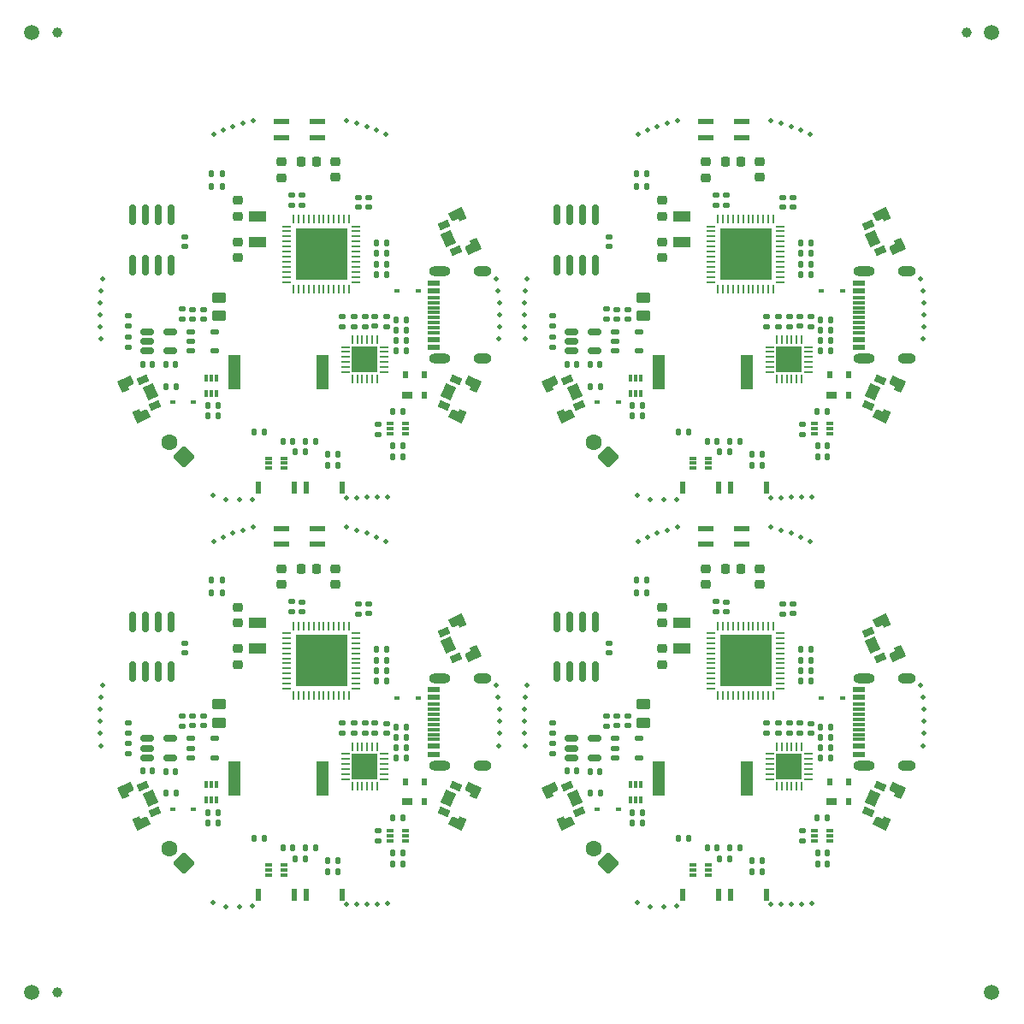
<source format=gbr>
%TF.GenerationSoftware,KiCad,Pcbnew,(6.0.7-1)-1*%
%TF.CreationDate,2022-10-26T11:28:27+01:00*%
%TF.ProjectId,panel,70616e65-6c2e-46b6-9963-61645f706362,rev?*%
%TF.SameCoordinates,Original*%
%TF.FileFunction,Soldermask,Top*%
%TF.FilePolarity,Negative*%
%FSLAX46Y46*%
G04 Gerber Fmt 4.6, Leading zero omitted, Abs format (unit mm)*
G04 Created by KiCad (PCBNEW (6.0.7-1)-1) date 2022-10-26 11:28:27*
%MOMM*%
%LPD*%
G01*
G04 APERTURE LIST*
G04 Aperture macros list*
%AMRoundRect*
0 Rectangle with rounded corners*
0 $1 Rounding radius*
0 $2 $3 $4 $5 $6 $7 $8 $9 X,Y pos of 4 corners*
0 Add a 4 corners polygon primitive as box body*
4,1,4,$2,$3,$4,$5,$6,$7,$8,$9,$2,$3,0*
0 Add four circle primitives for the rounded corners*
1,1,$1+$1,$2,$3*
1,1,$1+$1,$4,$5*
1,1,$1+$1,$6,$7*
1,1,$1+$1,$8,$9*
0 Add four rect primitives between the rounded corners*
20,1,$1+$1,$2,$3,$4,$5,0*
20,1,$1+$1,$4,$5,$6,$7,0*
20,1,$1+$1,$6,$7,$8,$9,0*
20,1,$1+$1,$8,$9,$2,$3,0*%
%AMRotRect*
0 Rectangle, with rotation*
0 The origin of the aperture is its center*
0 $1 length*
0 $2 width*
0 $3 Rotation angle, in degrees counterclockwise*
0 Add horizontal line*
21,1,$1,$2,0,0,$3*%
%AMFreePoly0*
4,1,16,0.444576,0.992426,0.462150,0.950000,0.462150,0.300000,0.457200,0.288050,0.457200,-0.457200,-0.274320,-0.457201,-0.457200,-0.274320,-0.457200,0.240000,-0.697850,0.240000,-0.740276,0.257574,-0.757850,0.300000,-0.757850,0.950000,-0.740276,0.992426,-0.697850,1.010000,0.402150,1.010000,0.444576,0.992426,0.444576,0.992426,$1*%
%AMFreePoly1*
4,1,16,0.740277,0.992426,0.757850,0.950000,0.757850,0.300000,0.740275,0.257574,0.697850,0.240000,0.457200,0.240000,0.457201,-0.274320,0.274320,-0.457200,-0.457200,-0.457200,-0.457200,0.288050,-0.462150,0.300000,-0.462150,0.949999,-0.444576,0.992426,-0.402150,1.010000,0.697850,1.010000,0.740277,0.992426,0.740277,0.992426,$1*%
G04 Aperture macros list end*
%ADD10C,0.500000*%
%ADD11RoundRect,0.135000X-0.135000X-0.185000X0.135000X-0.185000X0.135000X0.185000X-0.135000X0.185000X0*%
%ADD12RoundRect,0.140000X0.140000X0.170000X-0.140000X0.170000X-0.140000X-0.170000X0.140000X-0.170000X0*%
%ADD13RoundRect,0.135000X0.135000X0.185000X-0.135000X0.185000X-0.135000X-0.185000X0.135000X-0.185000X0*%
%ADD14RoundRect,0.140000X0.170000X-0.140000X0.170000X0.140000X-0.170000X0.140000X-0.170000X-0.140000X0*%
%ADD15RoundRect,0.225000X-0.250000X0.225000X-0.250000X-0.225000X0.250000X-0.225000X0.250000X0.225000X0*%
%ADD16R,0.600000X0.450000*%
%ADD17RoundRect,0.140000X-0.140000X-0.170000X0.140000X-0.170000X0.140000X0.170000X-0.140000X0.170000X0*%
%ADD18RotRect,0.711200X1.092200X115.000000*%
%ADD19RotRect,1.397000X1.092200X115.000000*%
%ADD20FreePoly0,115.000000*%
%ADD21FreePoly1,115.000000*%
%ADD22RoundRect,0.218750X-0.218750X-0.256250X0.218750X-0.256250X0.218750X0.256250X-0.218750X0.256250X0*%
%ADD23RoundRect,0.150000X-0.150000X0.825000X-0.150000X-0.825000X0.150000X-0.825000X0.150000X0.825000X0*%
%ADD24R,0.700000X0.340000*%
%ADD25R,1.500000X0.600000*%
%ADD26RotRect,0.711200X1.092200X295.000000*%
%ADD27FreePoly0,295.000000*%
%ADD28RotRect,1.397000X1.092200X295.000000*%
%ADD29FreePoly1,295.000000*%
%ADD30RoundRect,0.150000X-0.512500X-0.150000X0.512500X-0.150000X0.512500X0.150000X-0.512500X0.150000X0*%
%ADD31R,1.300000X3.400000*%
%ADD32RoundRect,0.250000X0.777817X0.000000X0.000000X0.777817X-0.777817X0.000000X0.000000X-0.777817X0*%
%ADD33C,1.600000*%
%ADD34RoundRect,0.225000X0.250000X-0.225000X0.250000X0.225000X-0.250000X0.225000X-0.250000X-0.225000X0*%
%ADD35O,2.108200X0.990600*%
%ADD36O,1.803400X0.990600*%
%ADD37R,1.143000X0.584200*%
%ADD38R,1.143000X0.304800*%
%ADD39RoundRect,0.135000X0.185000X-0.135000X0.185000X0.135000X-0.185000X0.135000X-0.185000X-0.135000X0*%
%ADD40R,0.558800X1.244600*%
%ADD41C,1.000000*%
%ADD42R,0.340000X0.700000*%
%ADD43RoundRect,0.135000X-0.185000X0.135000X-0.185000X-0.135000X0.185000X-0.135000X0.185000X0.135000X0*%
%ADD44R,1.800000X1.000000*%
%ADD45RoundRect,0.250000X-0.450000X0.262500X-0.450000X-0.262500X0.450000X-0.262500X0.450000X0.262500X0*%
%ADD46RoundRect,0.062500X-0.062500X0.375000X-0.062500X-0.375000X0.062500X-0.375000X0.062500X0.375000X0*%
%ADD47RoundRect,0.062500X-0.375000X0.062500X-0.375000X-0.062500X0.375000X-0.062500X0.375000X0.062500X0*%
%ADD48R,5.150000X5.150000*%
%ADD49RoundRect,0.062500X0.350000X0.062500X-0.350000X0.062500X-0.350000X-0.062500X0.350000X-0.062500X0*%
%ADD50RoundRect,0.062500X0.062500X0.350000X-0.062500X0.350000X-0.062500X-0.350000X0.062500X-0.350000X0*%
%ADD51R,2.600000X2.600000*%
%ADD52R,1.000000X0.700000*%
%ADD53R,0.600000X0.700000*%
%ADD54RoundRect,0.137500X-0.262500X-0.137500X0.262500X-0.137500X0.262500X0.137500X-0.262500X0.137500X0*%
%ADD55C,1.500000*%
%ADD56RotRect,0.711200X1.092200X245.000000*%
%ADD57FreePoly1,245.000000*%
%ADD58FreePoly0,245.000000*%
%ADD59RotRect,1.397000X1.092200X245.000000*%
G04 APERTURE END LIST*
D10*
%TO.C,REF\u002A\u002A*%
X78687898Y-104048184D03*
%TD*%
D11*
%TO.C,R3*%
X76919778Y-55472773D03*
X77939778Y-55472773D03*
%TD*%
D12*
%TO.C,C10*%
X43319777Y-57996773D03*
X42359777Y-57996773D03*
%TD*%
D13*
%TO.C,R18*%
X94610778Y-38337773D03*
X93590778Y-38337773D03*
%TD*%
D14*
%TO.C,C5*%
X94598262Y-86881283D03*
X94598262Y-85921283D03*
%TD*%
%TO.C,C2*%
X33419777Y-45896773D03*
X33419777Y-44936773D03*
%TD*%
%TO.C,C15*%
X86219778Y-74860332D03*
X86219778Y-73900332D03*
%TD*%
D10*
%TO.C,REF\u002A\u002A*%
X66237867Y-46663832D03*
%TD*%
D11*
%TO.C,R27*%
X35289777Y-71740332D03*
X36309777Y-71740332D03*
%TD*%
%TO.C,R16*%
X72779778Y-52576773D03*
X73799778Y-52576773D03*
%TD*%
D14*
%TO.C,C15*%
X86219778Y-34606773D03*
X86219778Y-33646773D03*
%TD*%
D10*
%TO.C,REF\u002A\u002A*%
X36415188Y-67470491D03*
%TD*%
D11*
%TO.C,R15*%
X81479778Y-97320332D03*
X82499778Y-97320332D03*
%TD*%
D15*
%TO.C,C18*%
X84189778Y-70605332D03*
X84189778Y-72155332D03*
%TD*%
D11*
%TO.C,R2*%
X53541261Y-47025724D03*
X54561261Y-47025724D03*
%TD*%
D16*
%TO.C,D3*%
X95639778Y-43116773D03*
X97739778Y-43116773D03*
%TD*%
D17*
%TO.C,C9*%
X53571261Y-49057724D03*
X54531261Y-49057724D03*
%TD*%
D12*
%TO.C,C10*%
X85319778Y-98250332D03*
X84359778Y-98250332D03*
%TD*%
D10*
%TO.C,REF\u002A\u002A*%
X52549340Y-67876646D03*
%TD*%
D12*
%TO.C,C1*%
X73685778Y-50408773D03*
X72725778Y-50408773D03*
%TD*%
D15*
%TO.C,C18*%
X84189778Y-30351773D03*
X84189778Y-31901773D03*
%TD*%
%TO.C,C13*%
X79879778Y-74405332D03*
X79879778Y-75955332D03*
%TD*%
D10*
%TO.C,REF\u002A\u002A*%
X81330402Y-103999091D03*
%TD*%
%TO.C,REF\u002A\u002A*%
X105650245Y-43090517D03*
%TD*%
D14*
%TO.C,C7*%
X74605778Y-78950332D03*
X74605778Y-77990332D03*
%TD*%
D10*
%TO.C,REF\u002A\u002A*%
X51591728Y-67474453D03*
%TD*%
D18*
%TO.C,SW5*%
X29650343Y-54421150D03*
X28466864Y-51883171D03*
D19*
X29196725Y-53087754D03*
D20*
X27051842Y-52049052D03*
D21*
X28613712Y-55398494D03*
%TD*%
D17*
%TO.C,C8*%
X95571262Y-88295283D03*
X96531262Y-88295283D03*
%TD*%
D10*
%TO.C,REF\u002A\u002A*%
X66243941Y-44279345D03*
%TD*%
%TO.C,REF\u002A\u002A*%
X90632791Y-26257004D03*
%TD*%
D22*
%TO.C,L1*%
X44122277Y-70600332D03*
X45697277Y-70600332D03*
%TD*%
D10*
%TO.C,REF\u002A\u002A*%
X24340040Y-88105930D03*
%TD*%
D23*
%TO.C,IC1*%
X73257778Y-75842332D03*
X71987778Y-75842332D03*
X70717778Y-75842332D03*
X69447778Y-75842332D03*
X69447778Y-80792332D03*
X70717778Y-80792332D03*
X71987778Y-80792332D03*
X73257778Y-80792332D03*
%TD*%
D10*
%TO.C,REF\u002A\u002A*%
X37384958Y-67097871D03*
%TD*%
D17*
%TO.C,C8*%
X53571261Y-88295283D03*
X54531261Y-88295283D03*
%TD*%
D11*
%TO.C,R19*%
X93590778Y-81721332D03*
X94610778Y-81721332D03*
%TD*%
D10*
%TO.C,REF\u002A\u002A*%
X35466281Y-27639889D03*
%TD*%
D11*
%TO.C,R9*%
X51589777Y-79654332D03*
X52609777Y-79654332D03*
%TD*%
%TO.C,R3*%
X34919777Y-95726332D03*
X35939777Y-95726332D03*
%TD*%
D10*
%TO.C,REF\u002A\u002A*%
X81370259Y-26231001D03*
%TD*%
D11*
%TO.C,R20*%
X88759778Y-100610332D03*
X89779778Y-100610332D03*
%TD*%
D24*
%TO.C,Q1*%
X52969777Y-56266773D03*
X52969777Y-56766773D03*
X52969777Y-57266773D03*
X54469777Y-57266773D03*
X54469777Y-56766773D03*
X54469777Y-56266773D03*
%TD*%
D11*
%TO.C,R16*%
X72779778Y-92830332D03*
X73799778Y-92830332D03*
%TD*%
D25*
%TO.C,E1*%
X42209777Y-27946773D03*
X45709777Y-27946773D03*
X45709777Y-26346773D03*
X42209777Y-26346773D03*
%TD*%
D14*
%TO.C,C17*%
X92829778Y-75060332D03*
X92829778Y-74100332D03*
%TD*%
D26*
%TO.C,SW3*%
X58269211Y-76845955D03*
X59452690Y-79383934D03*
D27*
X60867712Y-79218053D03*
D28*
X58722829Y-78179351D03*
D29*
X59305842Y-75868611D03*
%TD*%
D13*
%TO.C,R24*%
X86589778Y-99300332D03*
X85569778Y-99300332D03*
%TD*%
D10*
%TO.C,REF\u002A\u002A*%
X78687898Y-63794625D03*
%TD*%
D13*
%TO.C,R11*%
X96229778Y-55026773D03*
X95209778Y-55026773D03*
%TD*%
D17*
%TO.C,C8*%
X95571262Y-48041724D03*
X96531262Y-48041724D03*
%TD*%
D30*
%TO.C,U1*%
X28928277Y-87426332D03*
X28928277Y-88376332D03*
X28928277Y-89326332D03*
X31203277Y-89326332D03*
X31203277Y-87426332D03*
%TD*%
D10*
%TO.C,REF\u002A\u002A*%
X35454729Y-63372919D03*
%TD*%
%TO.C,REF\u002A\u002A*%
X63763261Y-46663490D03*
%TD*%
D31*
%TO.C,BZ1*%
X79519778Y-51136773D03*
X88219778Y-51136773D03*
%TD*%
D32*
%TO.C,J2*%
X74499778Y-99760332D03*
D33*
X73085564Y-98346118D03*
%TD*%
D34*
%TO.C,C14*%
X37899777Y-80065332D03*
X37899777Y-78515332D03*
%TD*%
D10*
%TO.C,REF\u002A\u002A*%
X63476856Y-41909992D03*
%TD*%
D11*
%TO.C,R27*%
X35289777Y-31486773D03*
X36309777Y-31486773D03*
%TD*%
D13*
%TO.C,R11*%
X54229777Y-55026773D03*
X53209777Y-55026773D03*
%TD*%
D14*
%TO.C,C2*%
X33419777Y-86150332D03*
X33419777Y-85190332D03*
%TD*%
D10*
%TO.C,REF\u002A\u002A*%
X80372924Y-66776611D03*
%TD*%
D17*
%TO.C,C9*%
X53571261Y-89311283D03*
X54531261Y-89311283D03*
%TD*%
D35*
%TO.C,J1*%
X99879778Y-41186771D03*
X99879778Y-49826775D03*
D36*
X104059778Y-49826775D03*
X104059778Y-41186771D03*
D37*
X99304778Y-48706773D03*
X99304778Y-47906774D03*
D38*
X99304778Y-46756773D03*
X99304778Y-45756773D03*
X99304778Y-45256773D03*
X99304778Y-44256773D03*
D37*
X99304778Y-42306773D03*
X99304778Y-43106772D03*
D38*
X99304778Y-43756774D03*
X99304778Y-44756772D03*
X99304778Y-46256774D03*
X99304778Y-47256772D03*
%TD*%
D10*
%TO.C,REF\u002A\u002A*%
X105664006Y-88106098D03*
%TD*%
D13*
%TO.C,R26*%
X78309778Y-73000332D03*
X77289778Y-73000332D03*
%TD*%
D10*
%TO.C,REF\u002A\u002A*%
X105763262Y-86917049D03*
%TD*%
%TO.C,REF\u002A\u002A*%
X90662167Y-63572168D03*
%TD*%
%TO.C,REF\u002A\u002A*%
X48632790Y-26257004D03*
%TD*%
%TO.C,REF\u002A\u002A*%
X48632790Y-66510562D03*
%TD*%
%TO.C,REF\u002A\u002A*%
X35466281Y-67893447D03*
%TD*%
D39*
%TO.C,R4*%
X49367261Y-46633724D03*
X49367261Y-45613724D03*
%TD*%
D10*
%TO.C,REF\u002A\u002A*%
X105664006Y-47852539D03*
%TD*%
D16*
%TO.C,D3*%
X53639777Y-83370332D03*
X55739777Y-83370332D03*
%TD*%
D11*
%TO.C,R20*%
X88759778Y-60356773D03*
X89779778Y-60356773D03*
%TD*%
D40*
%TO.C,SW1*%
X44684375Y-102854332D03*
X48235179Y-102854332D03*
%TD*%
D41*
%TO.C,REF\u002A\u002A*%
X20000000Y-17500000D03*
%TD*%
D24*
%TO.C,Q1*%
X94969778Y-96520332D03*
X94969778Y-97020332D03*
X94969778Y-97520332D03*
X96469778Y-97520332D03*
X96469778Y-97020332D03*
X96469778Y-96520332D03*
%TD*%
D39*
%TO.C,R5*%
X50454261Y-86887283D03*
X50454261Y-85867283D03*
%TD*%
D32*
%TO.C,J2*%
X32499777Y-99760332D03*
D33*
X31085563Y-98346118D03*
%TD*%
D14*
%TO.C,C3*%
X34469777Y-45896773D03*
X34469777Y-44936773D03*
%TD*%
D42*
%TO.C,Q2*%
X35739777Y-91990332D03*
X35239777Y-91990332D03*
X34739777Y-91990332D03*
X34739777Y-93490332D03*
X35239777Y-93490332D03*
X35739777Y-93490332D03*
%TD*%
D26*
%TO.C,SW3*%
X100269212Y-36592396D03*
X101452691Y-39130375D03*
D28*
X100722830Y-37925792D03*
D29*
X101305843Y-35615052D03*
D27*
X102867713Y-38964494D03*
%TD*%
D10*
%TO.C,REF\u002A\u002A*%
X49662123Y-63553590D03*
%TD*%
%TO.C,REF\u002A\u002A*%
X63650244Y-43090517D03*
%TD*%
%TO.C,REF\u002A\u002A*%
X38009150Y-63770078D03*
%TD*%
%TO.C,REF\u002A\u002A*%
X38009150Y-104023637D03*
%TD*%
D11*
%TO.C,R16*%
X30779777Y-52576773D03*
X31799777Y-52576773D03*
%TD*%
D10*
%TO.C,REF\u002A\u002A*%
X94549341Y-27623088D03*
%TD*%
D13*
%TO.C,R26*%
X36309777Y-32746773D03*
X35289777Y-32746773D03*
%TD*%
D43*
%TO.C,R10*%
X51789777Y-56296773D03*
X51789777Y-57316773D03*
%TD*%
D13*
%TO.C,R17*%
X89789778Y-59256773D03*
X88769778Y-59256773D03*
%TD*%
D39*
%TO.C,R5*%
X92454262Y-46633724D03*
X92454262Y-45613724D03*
%TD*%
D11*
%TO.C,R9*%
X51589777Y-39400773D03*
X52609777Y-39400773D03*
%TD*%
D10*
%TO.C,REF\u002A\u002A*%
X81370259Y-66484559D03*
%TD*%
D17*
%TO.C,C12*%
X95239778Y-98710332D03*
X96199778Y-98710332D03*
%TD*%
D10*
%TO.C,REF\u002A\u002A*%
X24205800Y-45471470D03*
%TD*%
D44*
%TO.C,Y1*%
X39835777Y-35742773D03*
X39835777Y-38242773D03*
%TD*%
D43*
%TO.C,R22*%
X27009777Y-85830332D03*
X27009777Y-86850332D03*
%TD*%
D39*
%TO.C,R4*%
X91367262Y-46633724D03*
X91367262Y-45613724D03*
%TD*%
D45*
%TO.C,R12*%
X78009778Y-43744273D03*
X78009778Y-45569273D03*
%TD*%
D13*
%TO.C,R24*%
X44589777Y-59046773D03*
X43569777Y-59046773D03*
%TD*%
D39*
%TO.C,R1*%
X32359777Y-86180332D03*
X32359777Y-85160332D03*
%TD*%
%TO.C,R13*%
X85179778Y-74880332D03*
X85179778Y-73860332D03*
%TD*%
D17*
%TO.C,C11*%
X53239777Y-99810332D03*
X54199777Y-99810332D03*
%TD*%
D43*
%TO.C,R10*%
X51789777Y-96550332D03*
X51789777Y-97570332D03*
%TD*%
D14*
%TO.C,C16*%
X91799778Y-34826773D03*
X91799778Y-33866773D03*
%TD*%
D10*
%TO.C,REF\u002A\u002A*%
X77454729Y-103626478D03*
%TD*%
%TO.C,REF\u002A\u002A*%
X63664005Y-88106098D03*
%TD*%
%TO.C,REF\u002A\u002A*%
X79384958Y-67097871D03*
%TD*%
D14*
%TO.C,C15*%
X44219777Y-74860332D03*
X44219777Y-73900332D03*
%TD*%
D10*
%TO.C,REF\u002A\u002A*%
X39330402Y-63745532D03*
%TD*%
D43*
%TO.C,R10*%
X93789778Y-56296773D03*
X93789778Y-57316773D03*
%TD*%
D31*
%TO.C,BZ1*%
X37519777Y-51136773D03*
X46219777Y-51136773D03*
%TD*%
D10*
%TO.C,REF\u002A\u002A*%
X91635507Y-26526402D03*
%TD*%
%TO.C,REF\u002A\u002A*%
X36415188Y-27216933D03*
%TD*%
D26*
%TO.C,SW3*%
X58269211Y-36592396D03*
X59452690Y-39130375D03*
D29*
X59305842Y-35615052D03*
D28*
X58722829Y-37925792D03*
D27*
X60867712Y-38964494D03*
%TD*%
D10*
%TO.C,REF\u002A\u002A*%
X63476856Y-82163550D03*
%TD*%
D31*
%TO.C,BZ1*%
X37519777Y-91390332D03*
X46219777Y-91390332D03*
%TD*%
D10*
%TO.C,REF\u002A\u002A*%
X66352156Y-43091513D03*
%TD*%
D25*
%TO.C,E1*%
X84209778Y-68200332D03*
X87709778Y-68200332D03*
X87709778Y-66600332D03*
X84209778Y-66600332D03*
%TD*%
D23*
%TO.C,IC1*%
X31257777Y-35588773D03*
X29987777Y-35588773D03*
X28717777Y-35588773D03*
X27447777Y-35588773D03*
X27447777Y-40538773D03*
X28717777Y-40538773D03*
X29987777Y-40538773D03*
X31257777Y-40538773D03*
%TD*%
D32*
%TO.C,J2*%
X74499778Y-59506773D03*
D33*
X73085564Y-58092559D03*
%TD*%
D34*
%TO.C,C14*%
X37899777Y-39811773D03*
X37899777Y-38261773D03*
%TD*%
D11*
%TO.C,R8*%
X93589778Y-80700332D03*
X94609778Y-80700332D03*
%TD*%
D10*
%TO.C,REF\u002A\u002A*%
X63664005Y-47852539D03*
%TD*%
D41*
%TO.C,REF\u002A\u002A*%
X110000000Y-17500000D03*
%TD*%
D10*
%TO.C,REF\u002A\u002A*%
X35454729Y-103626478D03*
%TD*%
D46*
%TO.C,U3*%
X90880778Y-76283832D03*
X90380778Y-76283832D03*
X89880778Y-76283832D03*
X89380778Y-76283832D03*
X88880778Y-76283832D03*
X88380778Y-76283832D03*
X87880778Y-76283832D03*
X87380778Y-76283832D03*
X86880778Y-76283832D03*
X86380778Y-76283832D03*
X85880778Y-76283832D03*
X85380778Y-76283832D03*
D47*
X84693278Y-76971332D03*
X84693278Y-77471332D03*
X84693278Y-77971332D03*
X84693278Y-78471332D03*
X84693278Y-78971332D03*
X84693278Y-79471332D03*
X84693278Y-79971332D03*
X84693278Y-80471332D03*
X84693278Y-80971332D03*
X84693278Y-81471332D03*
X84693278Y-81971332D03*
X84693278Y-82471332D03*
D46*
X85380778Y-83158832D03*
X85880778Y-83158832D03*
X86380778Y-83158832D03*
X86880778Y-83158832D03*
X87380778Y-83158832D03*
X87880778Y-83158832D03*
X88380778Y-83158832D03*
X88880778Y-83158832D03*
X89380778Y-83158832D03*
X89880778Y-83158832D03*
X90380778Y-83158832D03*
X90880778Y-83158832D03*
D47*
X91568278Y-82471332D03*
X91568278Y-81971332D03*
X91568278Y-81471332D03*
X91568278Y-80971332D03*
X91568278Y-80471332D03*
X91568278Y-79971332D03*
X91568278Y-79471332D03*
X91568278Y-78971332D03*
X91568278Y-78471332D03*
X91568278Y-77971332D03*
X91568278Y-77471332D03*
X91568278Y-76971332D03*
D48*
X88130778Y-79721332D03*
%TD*%
D49*
%TO.C,U2*%
X52376761Y-91409283D03*
X52376761Y-90909283D03*
X52376761Y-90409283D03*
X52376761Y-89909283D03*
X52376761Y-89409283D03*
X52376761Y-88909283D03*
D50*
X51689261Y-88221783D03*
X51189261Y-88221783D03*
X50689261Y-88221783D03*
X50189261Y-88221783D03*
X49689261Y-88221783D03*
X49189261Y-88221783D03*
D49*
X48501761Y-88909283D03*
X48501761Y-89409283D03*
X48501761Y-89909283D03*
X48501761Y-90409283D03*
X48501761Y-90909283D03*
X48501761Y-91409283D03*
D50*
X49189261Y-92096783D03*
X49689261Y-92096783D03*
X50189261Y-92096783D03*
X50689261Y-92096783D03*
X51189261Y-92096783D03*
X51689261Y-92096783D03*
D51*
X50439261Y-90159283D03*
%TD*%
D10*
%TO.C,REF\u002A\u002A*%
X36687898Y-63794625D03*
%TD*%
D36*
%TO.C,J1*%
X62059777Y-90080334D03*
D35*
X57879777Y-81440330D03*
D36*
X62059777Y-81440330D03*
D35*
X57879777Y-90080334D03*
D37*
X57304777Y-88960332D03*
X57304777Y-88160333D03*
D38*
X57304777Y-87010332D03*
X57304777Y-86010332D03*
X57304777Y-85510332D03*
X57304777Y-84510332D03*
D37*
X57304777Y-82560332D03*
X57304777Y-83360331D03*
D38*
X57304777Y-84010333D03*
X57304777Y-85010331D03*
X57304777Y-86510333D03*
X57304777Y-87510331D03*
%TD*%
D11*
%TO.C,R2*%
X95541262Y-47025724D03*
X96561262Y-47025724D03*
%TD*%
D10*
%TO.C,REF\u002A\u002A*%
X66237867Y-86917391D03*
%TD*%
D52*
%TO.C,D1*%
X96629778Y-53426773D03*
D53*
X98329778Y-53426773D03*
X98329778Y-51426773D03*
X96429778Y-51426773D03*
%TD*%
D10*
%TO.C,REF\u002A\u002A*%
X24340040Y-47852371D03*
%TD*%
D11*
%TO.C,R8*%
X51589777Y-80700332D03*
X52609777Y-80700332D03*
%TD*%
D14*
%TO.C,C6*%
X93461262Y-46597724D03*
X93461262Y-45637724D03*
%TD*%
%TO.C,C6*%
X51461261Y-86851283D03*
X51461261Y-85891283D03*
%TD*%
D15*
%TO.C,C19*%
X89539778Y-70583332D03*
X89539778Y-72133332D03*
%TD*%
D54*
%TO.C,U4*%
X75183778Y-47172773D03*
X75183778Y-48122773D03*
X75183778Y-49072773D03*
X77583778Y-49072773D03*
X77583778Y-47172773D03*
%TD*%
D22*
%TO.C,L1*%
X44122277Y-30346773D03*
X45697277Y-30346773D03*
%TD*%
D10*
%TO.C,REF\u002A\u002A*%
X77466281Y-27639889D03*
%TD*%
%TO.C,REF\u002A\u002A*%
X24530084Y-41912019D03*
%TD*%
%TO.C,REF\u002A\u002A*%
X105797387Y-85724506D03*
%TD*%
%TO.C,REF\u002A\u002A*%
X52549340Y-27623088D03*
%TD*%
D24*
%TO.C,Q3*%
X42429777Y-60656773D03*
X42429777Y-60156773D03*
X42429777Y-59656773D03*
X40929777Y-59656773D03*
X40929777Y-60156773D03*
X40929777Y-60656773D03*
%TD*%
D14*
%TO.C,C16*%
X49799777Y-34826773D03*
X49799777Y-33866773D03*
%TD*%
D10*
%TO.C,REF\u002A\u002A*%
X105759669Y-44278516D03*
%TD*%
D13*
%TO.C,R17*%
X47789777Y-99510332D03*
X46769777Y-99510332D03*
%TD*%
D10*
%TO.C,REF\u002A\u002A*%
X91662124Y-63553590D03*
%TD*%
D16*
%TO.C,D2*%
X75509778Y-94390332D03*
X73409778Y-94390332D03*
%TD*%
D43*
%TO.C,R6*%
X48221261Y-85867283D03*
X48221261Y-86887283D03*
%TD*%
D14*
%TO.C,C17*%
X92829778Y-34806773D03*
X92829778Y-33846773D03*
%TD*%
D43*
%TO.C,R6*%
X90221262Y-85867283D03*
X90221262Y-86887283D03*
%TD*%
D10*
%TO.C,REF\u002A\u002A*%
X39370259Y-66484559D03*
%TD*%
%TO.C,REF\u002A\u002A*%
X92622724Y-67101551D03*
%TD*%
D12*
%TO.C,C4*%
X29405777Y-50366773D03*
X28445777Y-50366773D03*
%TD*%
D46*
%TO.C,U3*%
X48880777Y-36030273D03*
X48380777Y-36030273D03*
X47880777Y-36030273D03*
X47380777Y-36030273D03*
X46880777Y-36030273D03*
X46380777Y-36030273D03*
X45880777Y-36030273D03*
X45380777Y-36030273D03*
X44880777Y-36030273D03*
X44380777Y-36030273D03*
X43880777Y-36030273D03*
X43380777Y-36030273D03*
D47*
X42693277Y-36717773D03*
X42693277Y-37217773D03*
X42693277Y-37717773D03*
X42693277Y-38217773D03*
X42693277Y-38717773D03*
X42693277Y-39217773D03*
X42693277Y-39717773D03*
X42693277Y-40217773D03*
X42693277Y-40717773D03*
X42693277Y-41217773D03*
X42693277Y-41717773D03*
X42693277Y-42217773D03*
D46*
X43380777Y-42905273D03*
X43880777Y-42905273D03*
X44380777Y-42905273D03*
X44880777Y-42905273D03*
X45380777Y-42905273D03*
X45880777Y-42905273D03*
X46380777Y-42905273D03*
X46880777Y-42905273D03*
X47380777Y-42905273D03*
X47880777Y-42905273D03*
X48380777Y-42905273D03*
X48880777Y-42905273D03*
D47*
X49568277Y-42217773D03*
X49568277Y-41717773D03*
X49568277Y-41217773D03*
X49568277Y-40717773D03*
X49568277Y-40217773D03*
X49568277Y-39717773D03*
X49568277Y-39217773D03*
X49568277Y-38717773D03*
X49568277Y-38217773D03*
X49568277Y-37717773D03*
X49568277Y-37217773D03*
X49568277Y-36717773D03*
D48*
X46130777Y-39467773D03*
%TD*%
D55*
%TO.C,REF\u002A\u002A*%
X112500000Y-112500000D03*
%TD*%
D46*
%TO.C,U3*%
X90880778Y-36030273D03*
X90380778Y-36030273D03*
X89880778Y-36030273D03*
X89380778Y-36030273D03*
X88880778Y-36030273D03*
X88380778Y-36030273D03*
X87880778Y-36030273D03*
X87380778Y-36030273D03*
X86880778Y-36030273D03*
X86380778Y-36030273D03*
X85880778Y-36030273D03*
X85380778Y-36030273D03*
D47*
X84693278Y-36717773D03*
X84693278Y-37217773D03*
X84693278Y-37717773D03*
X84693278Y-38217773D03*
X84693278Y-38717773D03*
X84693278Y-39217773D03*
X84693278Y-39717773D03*
X84693278Y-40217773D03*
X84693278Y-40717773D03*
X84693278Y-41217773D03*
X84693278Y-41717773D03*
X84693278Y-42217773D03*
D46*
X85380778Y-42905273D03*
X85880778Y-42905273D03*
X86380778Y-42905273D03*
X86880778Y-42905273D03*
X87380778Y-42905273D03*
X87880778Y-42905273D03*
X88380778Y-42905273D03*
X88880778Y-42905273D03*
X89380778Y-42905273D03*
X89880778Y-42905273D03*
X90380778Y-42905273D03*
X90880778Y-42905273D03*
D47*
X91568278Y-42217773D03*
X91568278Y-41717773D03*
X91568278Y-41217773D03*
X91568278Y-40717773D03*
X91568278Y-40217773D03*
X91568278Y-39717773D03*
X91568278Y-39217773D03*
X91568278Y-38717773D03*
X91568278Y-38217773D03*
X91568278Y-37717773D03*
X91568278Y-37217773D03*
X91568278Y-36717773D03*
D48*
X88130778Y-39467773D03*
%TD*%
D40*
%TO.C,SW2*%
X39934375Y-102840332D03*
X43485179Y-102840332D03*
%TD*%
D11*
%TO.C,R27*%
X77289778Y-31486773D03*
X78309778Y-31486773D03*
%TD*%
D39*
%TO.C,R1*%
X32359777Y-45926773D03*
X32359777Y-44906773D03*
%TD*%
D10*
%TO.C,REF\u002A\u002A*%
X24243941Y-84532903D03*
%TD*%
%TO.C,REF\u002A\u002A*%
X105650245Y-83344075D03*
%TD*%
D14*
%TO.C,C7*%
X74605778Y-38696773D03*
X74605778Y-37736773D03*
%TD*%
D41*
%TO.C,REF\u002A\u002A*%
X20000000Y-112500000D03*
%TD*%
D17*
%TO.C,C12*%
X95239778Y-58456773D03*
X96199778Y-58456773D03*
%TD*%
D10*
%TO.C,REF\u002A\u002A*%
X63759668Y-44278516D03*
%TD*%
%TO.C,REF\u002A\u002A*%
X36687898Y-104048184D03*
%TD*%
D16*
%TO.C,D2*%
X33509777Y-54136773D03*
X31409777Y-54136773D03*
%TD*%
%TO.C,D3*%
X53639777Y-43116773D03*
X55739777Y-43116773D03*
%TD*%
D10*
%TO.C,REF\u002A\u002A*%
X66530084Y-82165577D03*
%TD*%
D14*
%TO.C,C2*%
X75419778Y-45896773D03*
X75419778Y-44936773D03*
%TD*%
D13*
%TO.C,R7*%
X96561262Y-46009724D03*
X95541262Y-46009724D03*
%TD*%
D11*
%TO.C,R19*%
X51590777Y-81721332D03*
X52610777Y-81721332D03*
%TD*%
D10*
%TO.C,REF\u002A\u002A*%
X38372924Y-26523053D03*
%TD*%
D11*
%TO.C,R9*%
X93589778Y-39400773D03*
X94609778Y-39400773D03*
%TD*%
D10*
%TO.C,REF\u002A\u002A*%
X24352156Y-43091513D03*
%TD*%
%TO.C,REF\u002A\u002A*%
X105476857Y-41909992D03*
%TD*%
D43*
%TO.C,R22*%
X69009778Y-85830332D03*
X69009778Y-86850332D03*
%TD*%
D10*
%TO.C,REF\u002A\u002A*%
X105476857Y-82163550D03*
%TD*%
D11*
%TO.C,R15*%
X81479778Y-57066773D03*
X82499778Y-57066773D03*
%TD*%
D56*
%TO.C,SW4*%
X101452691Y-92136730D03*
X100269212Y-94674709D03*
D57*
X102867713Y-92302611D03*
D58*
X101305843Y-95652053D03*
D59*
X100722830Y-93341313D03*
%TD*%
D10*
%TO.C,REF\u002A\u002A*%
X105763262Y-46663490D03*
%TD*%
%TO.C,REF\u002A\u002A*%
X77454729Y-63372919D03*
%TD*%
%TO.C,REF\u002A\u002A*%
X49635506Y-66779960D03*
%TD*%
%TO.C,REF\u002A\u002A*%
X80372924Y-26523053D03*
%TD*%
%TO.C,REF\u002A\u002A*%
X39330402Y-103999091D03*
%TD*%
%TO.C,REF\u002A\u002A*%
X66352156Y-83345071D03*
%TD*%
%TO.C,REF\u002A\u002A*%
X93591729Y-27220895D03*
%TD*%
D11*
%TO.C,R15*%
X39479777Y-57066773D03*
X40499777Y-57066773D03*
%TD*%
D15*
%TO.C,C13*%
X37879777Y-34151773D03*
X37879777Y-35701773D03*
%TD*%
D55*
%TO.C,REF\u002A\u002A*%
X17500000Y-17500000D03*
%TD*%
D14*
%TO.C,C16*%
X91799778Y-75080332D03*
X91799778Y-74120332D03*
%TD*%
D10*
%TO.C,REF\u002A\u002A*%
X91662124Y-103807149D03*
%TD*%
%TO.C,REF\u002A\u002A*%
X63759668Y-84532074D03*
%TD*%
%TO.C,REF\u002A\u002A*%
X77466281Y-67893447D03*
%TD*%
D16*
%TO.C,D2*%
X75509778Y-54136773D03*
X73409778Y-54136773D03*
%TD*%
D44*
%TO.C,Y1*%
X39835777Y-75996332D03*
X39835777Y-78496332D03*
%TD*%
D39*
%TO.C,R21*%
X27009777Y-48676773D03*
X27009777Y-47656773D03*
%TD*%
D10*
%TO.C,REF\u002A\u002A*%
X92622724Y-26847993D03*
%TD*%
D14*
%TO.C,C7*%
X32605777Y-78950332D03*
X32605777Y-77990332D03*
%TD*%
D30*
%TO.C,U1*%
X70928278Y-47172773D03*
X70928278Y-48122773D03*
X70928278Y-49072773D03*
X73203278Y-49072773D03*
X73203278Y-47172773D03*
%TD*%
D10*
%TO.C,REF\u002A\u002A*%
X24205800Y-85725029D03*
%TD*%
D14*
%TO.C,C2*%
X75419778Y-86150332D03*
X75419778Y-85190332D03*
%TD*%
D10*
%TO.C,REF\u002A\u002A*%
X24243941Y-44279345D03*
%TD*%
D16*
%TO.C,D3*%
X95639778Y-83370332D03*
X97739778Y-83370332D03*
%TD*%
D15*
%TO.C,C19*%
X47539777Y-70583332D03*
X47539777Y-72133332D03*
%TD*%
D39*
%TO.C,R21*%
X69009778Y-88930332D03*
X69009778Y-87910332D03*
%TD*%
D11*
%TO.C,R16*%
X30779777Y-92830332D03*
X31799777Y-92830332D03*
%TD*%
D10*
%TO.C,REF\u002A\u002A*%
X39370259Y-26231001D03*
%TD*%
D17*
%TO.C,C12*%
X53239777Y-98710332D03*
X54199777Y-98710332D03*
%TD*%
D10*
%TO.C,REF\u002A\u002A*%
X63650244Y-83344075D03*
%TD*%
%TO.C,REF\u002A\u002A*%
X49635506Y-26526402D03*
%TD*%
D54*
%TO.C,U4*%
X33183777Y-47172773D03*
X33183777Y-48122773D03*
X33183777Y-49072773D03*
X35583777Y-49072773D03*
X35583777Y-47172773D03*
%TD*%
D17*
%TO.C,C8*%
X53571261Y-48041724D03*
X54531261Y-48041724D03*
%TD*%
D49*
%TO.C,U2*%
X94376762Y-91409283D03*
X94376762Y-90909283D03*
X94376762Y-90409283D03*
X94376762Y-89909283D03*
X94376762Y-89409283D03*
X94376762Y-88909283D03*
D50*
X93689262Y-88221783D03*
X93189262Y-88221783D03*
X92689262Y-88221783D03*
X92189262Y-88221783D03*
X91689262Y-88221783D03*
X91189262Y-88221783D03*
D49*
X90501762Y-88909283D03*
X90501762Y-89409283D03*
X90501762Y-89909283D03*
X90501762Y-90409283D03*
X90501762Y-90909283D03*
X90501762Y-91409283D03*
D50*
X91189262Y-92096783D03*
X91689262Y-92096783D03*
X92189262Y-92096783D03*
X92689262Y-92096783D03*
X93189262Y-92096783D03*
X93689262Y-92096783D03*
D51*
X92439262Y-90159283D03*
%TD*%
D43*
%TO.C,R10*%
X93789778Y-96550332D03*
X93789778Y-97570332D03*
%TD*%
D10*
%TO.C,REF\u002A\u002A*%
X24237867Y-86917391D03*
%TD*%
%TO.C,REF\u002A\u002A*%
X50622723Y-67101551D03*
%TD*%
%TO.C,REF\u002A\u002A*%
X63763261Y-86917049D03*
%TD*%
D46*
%TO.C,U3*%
X48880777Y-76283832D03*
X48380777Y-76283832D03*
X47880777Y-76283832D03*
X47380777Y-76283832D03*
X46880777Y-76283832D03*
X46380777Y-76283832D03*
X45880777Y-76283832D03*
X45380777Y-76283832D03*
X44880777Y-76283832D03*
X44380777Y-76283832D03*
X43880777Y-76283832D03*
X43380777Y-76283832D03*
D47*
X42693277Y-76971332D03*
X42693277Y-77471332D03*
X42693277Y-77971332D03*
X42693277Y-78471332D03*
X42693277Y-78971332D03*
X42693277Y-79471332D03*
X42693277Y-79971332D03*
X42693277Y-80471332D03*
X42693277Y-80971332D03*
X42693277Y-81471332D03*
X42693277Y-81971332D03*
X42693277Y-82471332D03*
D46*
X43380777Y-83158832D03*
X43880777Y-83158832D03*
X44380777Y-83158832D03*
X44880777Y-83158832D03*
X45380777Y-83158832D03*
X45880777Y-83158832D03*
X46380777Y-83158832D03*
X46880777Y-83158832D03*
X47380777Y-83158832D03*
X47880777Y-83158832D03*
X48380777Y-83158832D03*
X48880777Y-83158832D03*
D47*
X49568277Y-82471332D03*
X49568277Y-81971332D03*
X49568277Y-81471332D03*
X49568277Y-80971332D03*
X49568277Y-80471332D03*
X49568277Y-79971332D03*
X49568277Y-79471332D03*
X49568277Y-78971332D03*
X49568277Y-78471332D03*
X49568277Y-77971332D03*
X49568277Y-77471332D03*
X49568277Y-76971332D03*
D48*
X46130777Y-79721332D03*
%TD*%
D14*
%TO.C,C5*%
X52598261Y-86881283D03*
X52598261Y-85921283D03*
%TD*%
D18*
%TO.C,SW5*%
X71650344Y-54421150D03*
X70466865Y-51883171D03*
D20*
X69051843Y-52049052D03*
D21*
X70613713Y-55398494D03*
D19*
X71196726Y-53087754D03*
%TD*%
D10*
%TO.C,REF\u002A\u002A*%
X51662036Y-63516436D03*
%TD*%
D44*
%TO.C,Y1*%
X81835778Y-35742773D03*
X81835778Y-38242773D03*
%TD*%
D10*
%TO.C,REF\u002A\u002A*%
X66340040Y-88105930D03*
%TD*%
%TO.C,REF\u002A\u002A*%
X50662080Y-63535013D03*
%TD*%
D13*
%TO.C,R7*%
X54561261Y-86263283D03*
X53541261Y-86263283D03*
%TD*%
D25*
%TO.C,E1*%
X84209778Y-27946773D03*
X87709778Y-27946773D03*
X87709778Y-26346773D03*
X84209778Y-26346773D03*
%TD*%
D10*
%TO.C,REF\u002A\u002A*%
X92662081Y-63535013D03*
%TD*%
D14*
%TO.C,C5*%
X52598261Y-46627724D03*
X52598261Y-45667724D03*
%TD*%
D10*
%TO.C,REF\u002A\u002A*%
X51662036Y-103769995D03*
%TD*%
D40*
%TO.C,SW1*%
X86684376Y-62600773D03*
X90235180Y-62600773D03*
%TD*%
D15*
%TO.C,C19*%
X89539778Y-30329773D03*
X89539778Y-31879773D03*
%TD*%
D45*
%TO.C,R12*%
X78009778Y-83997832D03*
X78009778Y-85822832D03*
%TD*%
D43*
%TO.C,R22*%
X27009777Y-45576773D03*
X27009777Y-46596773D03*
%TD*%
D13*
%TO.C,R7*%
X54561261Y-46009724D03*
X53541261Y-46009724D03*
%TD*%
%TO.C,R23*%
X35939777Y-94710332D03*
X34919777Y-94710332D03*
%TD*%
D23*
%TO.C,IC1*%
X31257777Y-75842332D03*
X29987777Y-75842332D03*
X28717777Y-75842332D03*
X27447777Y-75842332D03*
X27447777Y-80792332D03*
X28717777Y-80792332D03*
X29987777Y-80792332D03*
X31257777Y-80792332D03*
%TD*%
D15*
%TO.C,C18*%
X42189777Y-30351773D03*
X42189777Y-31901773D03*
%TD*%
D11*
%TO.C,R19*%
X93590778Y-41467773D03*
X94610778Y-41467773D03*
%TD*%
D10*
%TO.C,REF\u002A\u002A*%
X52661993Y-103751418D03*
%TD*%
D25*
%TO.C,E1*%
X42209777Y-68200332D03*
X45709777Y-68200332D03*
X45709777Y-66600332D03*
X42209777Y-66600332D03*
%TD*%
D14*
%TO.C,C6*%
X93461262Y-86851283D03*
X93461262Y-85891283D03*
%TD*%
D10*
%TO.C,REF\u002A\u002A*%
X105797387Y-45470947D03*
%TD*%
D11*
%TO.C,R3*%
X76919778Y-95726332D03*
X77939778Y-95726332D03*
%TD*%
D14*
%TO.C,C7*%
X32605777Y-38696773D03*
X32605777Y-37736773D03*
%TD*%
D43*
%TO.C,R6*%
X48221261Y-45613724D03*
X48221261Y-46633724D03*
%TD*%
D13*
%TO.C,R17*%
X89789778Y-99510332D03*
X88769778Y-99510332D03*
%TD*%
D39*
%TO.C,R21*%
X69009778Y-48676773D03*
X69009778Y-47656773D03*
%TD*%
D14*
%TO.C,C17*%
X50829777Y-34806773D03*
X50829777Y-33846773D03*
%TD*%
D13*
%TO.C,R17*%
X47789777Y-59256773D03*
X46769777Y-59256773D03*
%TD*%
D40*
%TO.C,SW1*%
X44684375Y-62600773D03*
X48235179Y-62600773D03*
%TD*%
D45*
%TO.C,R12*%
X36009777Y-43744273D03*
X36009777Y-45569273D03*
%TD*%
D22*
%TO.C,L1*%
X86122278Y-30346773D03*
X87697278Y-30346773D03*
%TD*%
D13*
%TO.C,R26*%
X36309777Y-73000332D03*
X35289777Y-73000332D03*
%TD*%
D15*
%TO.C,C19*%
X47539777Y-30329773D03*
X47539777Y-31879773D03*
%TD*%
D10*
%TO.C,REF\u002A\u002A*%
X24530084Y-82165577D03*
%TD*%
D31*
%TO.C,BZ1*%
X79519778Y-91390332D03*
X88219778Y-91390332D03*
%TD*%
D11*
%TO.C,R3*%
X34919777Y-55472773D03*
X35939777Y-55472773D03*
%TD*%
%TO.C,R27*%
X77289778Y-71740332D03*
X78309778Y-71740332D03*
%TD*%
D13*
%TO.C,R23*%
X77939778Y-94710332D03*
X76919778Y-94710332D03*
%TD*%
D11*
%TO.C,R20*%
X46759777Y-100610332D03*
X47779777Y-100610332D03*
%TD*%
D10*
%TO.C,REF\u002A\u002A*%
X92662081Y-103788572D03*
%TD*%
%TO.C,REF\u002A\u002A*%
X78415188Y-27216933D03*
%TD*%
D12*
%TO.C,C1*%
X31685777Y-90662332D03*
X30725777Y-90662332D03*
%TD*%
D13*
%TO.C,R7*%
X96561262Y-86263283D03*
X95541262Y-86263283D03*
%TD*%
D40*
%TO.C,SW2*%
X81934376Y-102840332D03*
X85485180Y-102840332D03*
%TD*%
D22*
%TO.C,L1*%
X86122278Y-70600332D03*
X87697278Y-70600332D03*
%TD*%
D10*
%TO.C,REF\u002A\u002A*%
X52661993Y-63497859D03*
%TD*%
%TO.C,REF\u002A\u002A*%
X91635507Y-66779960D03*
%TD*%
%TO.C,REF\u002A\u002A*%
X93662037Y-63516436D03*
%TD*%
D24*
%TO.C,Q3*%
X84429778Y-60656773D03*
X84429778Y-60156773D03*
X84429778Y-59656773D03*
X82929778Y-59656773D03*
X82929778Y-60156773D03*
X82929778Y-60656773D03*
%TD*%
D39*
%TO.C,R1*%
X74359778Y-45926773D03*
X74359778Y-44906773D03*
%TD*%
D15*
%TO.C,C18*%
X42189777Y-70605332D03*
X42189777Y-72155332D03*
%TD*%
D10*
%TO.C,REF\u002A\u002A*%
X78415188Y-67470491D03*
%TD*%
D11*
%TO.C,R8*%
X51589777Y-40446773D03*
X52609777Y-40446773D03*
%TD*%
D56*
%TO.C,SW4*%
X101452691Y-51883171D03*
X100269212Y-54421150D03*
D59*
X100722830Y-53087754D03*
D57*
X102867713Y-52049052D03*
D58*
X101305843Y-55398494D03*
%TD*%
D13*
%TO.C,R18*%
X52610777Y-38337773D03*
X51590777Y-38337773D03*
%TD*%
D24*
%TO.C,Q1*%
X52969777Y-96520332D03*
X52969777Y-97020332D03*
X52969777Y-97520332D03*
X54469777Y-97520332D03*
X54469777Y-97020332D03*
X54469777Y-96520332D03*
%TD*%
D39*
%TO.C,R13*%
X43179777Y-34626773D03*
X43179777Y-33606773D03*
%TD*%
D49*
%TO.C,U2*%
X52376761Y-51155724D03*
X52376761Y-50655724D03*
X52376761Y-50155724D03*
X52376761Y-49655724D03*
X52376761Y-49155724D03*
X52376761Y-48655724D03*
D50*
X51689261Y-47968224D03*
X51189261Y-47968224D03*
X50689261Y-47968224D03*
X50189261Y-47968224D03*
X49689261Y-47968224D03*
X49189261Y-47968224D03*
D49*
X48501761Y-48655724D03*
X48501761Y-49155724D03*
X48501761Y-49655724D03*
X48501761Y-50155724D03*
X48501761Y-50655724D03*
X48501761Y-51155724D03*
D50*
X49189261Y-51843224D03*
X49689261Y-51843224D03*
X50189261Y-51843224D03*
X50689261Y-51843224D03*
X51189261Y-51843224D03*
X51689261Y-51843224D03*
D51*
X50439261Y-49905724D03*
%TD*%
D13*
%TO.C,R25*%
X45609777Y-57996773D03*
X44589777Y-57996773D03*
%TD*%
D10*
%TO.C,REF\u002A\u002A*%
X24237867Y-46663832D03*
%TD*%
D52*
%TO.C,D1*%
X96629778Y-93680332D03*
D53*
X98329778Y-93680332D03*
X98329778Y-91680332D03*
X96429778Y-91680332D03*
%TD*%
D10*
%TO.C,REF\u002A\u002A*%
X50662080Y-103788572D03*
%TD*%
D55*
%TO.C,REF\u002A\u002A*%
X17500000Y-112500000D03*
%TD*%
D18*
%TO.C,SW5*%
X29650343Y-94674709D03*
X28466864Y-92136730D03*
D19*
X29196725Y-93341313D03*
D21*
X28613712Y-95652053D03*
D20*
X27051842Y-92302611D03*
%TD*%
D39*
%TO.C,R13*%
X43179777Y-74880332D03*
X43179777Y-73860332D03*
%TD*%
D17*
%TO.C,C12*%
X53239777Y-58456773D03*
X54199777Y-58456773D03*
%TD*%
D39*
%TO.C,R4*%
X49367261Y-86887283D03*
X49367261Y-85867283D03*
%TD*%
D52*
%TO.C,D1*%
X54629777Y-53426773D03*
D53*
X56329777Y-53426773D03*
X56329777Y-51426773D03*
X54429777Y-51426773D03*
%TD*%
D12*
%TO.C,C4*%
X29405777Y-90620332D03*
X28445777Y-90620332D03*
%TD*%
D39*
%TO.C,R1*%
X74359778Y-86180332D03*
X74359778Y-85160332D03*
%TD*%
D34*
%TO.C,C14*%
X79899778Y-80065332D03*
X79899778Y-78515332D03*
%TD*%
D12*
%TO.C,C4*%
X71405778Y-90620332D03*
X70445778Y-90620332D03*
%TD*%
D10*
%TO.C,REF\u002A\u002A*%
X50622723Y-26847993D03*
%TD*%
D13*
%TO.C,R23*%
X35939777Y-54456773D03*
X34919777Y-54456773D03*
%TD*%
D10*
%TO.C,REF\u002A\u002A*%
X93591729Y-67474453D03*
%TD*%
D11*
%TO.C,R15*%
X39479777Y-97320332D03*
X40499777Y-97320332D03*
%TD*%
D42*
%TO.C,Q2*%
X77739778Y-51736773D03*
X77239778Y-51736773D03*
X76739778Y-51736773D03*
X76739778Y-53236773D03*
X77239778Y-53236773D03*
X77739778Y-53236773D03*
%TD*%
D56*
%TO.C,SW4*%
X59452690Y-92136730D03*
X58269211Y-94674709D03*
D57*
X60867712Y-92302611D03*
D58*
X59305842Y-95652053D03*
D59*
X58722829Y-93341313D03*
%TD*%
D11*
%TO.C,R9*%
X93589778Y-79654332D03*
X94609778Y-79654332D03*
%TD*%
D49*
%TO.C,U2*%
X94376762Y-51155724D03*
X94376762Y-50655724D03*
X94376762Y-50155724D03*
X94376762Y-49655724D03*
X94376762Y-49155724D03*
X94376762Y-48655724D03*
D50*
X93689262Y-47968224D03*
X93189262Y-47968224D03*
X92689262Y-47968224D03*
X92189262Y-47968224D03*
X91689262Y-47968224D03*
X91189262Y-47968224D03*
D49*
X90501762Y-48655724D03*
X90501762Y-49155724D03*
X90501762Y-49655724D03*
X90501762Y-50155724D03*
X90501762Y-50655724D03*
X90501762Y-51155724D03*
D50*
X91189262Y-51843224D03*
X91689262Y-51843224D03*
X92189262Y-51843224D03*
X92689262Y-51843224D03*
X93189262Y-51843224D03*
X93689262Y-51843224D03*
D51*
X92439262Y-49905724D03*
%TD*%
D14*
%TO.C,C15*%
X44219777Y-34606773D03*
X44219777Y-33646773D03*
%TD*%
D39*
%TO.C,R21*%
X27009777Y-88930332D03*
X27009777Y-87910332D03*
%TD*%
D42*
%TO.C,Q2*%
X35739777Y-51736773D03*
X35239777Y-51736773D03*
X34739777Y-51736773D03*
X34739777Y-53236773D03*
X35239777Y-53236773D03*
X35739777Y-53236773D03*
%TD*%
D10*
%TO.C,REF\u002A\u002A*%
X66340040Y-47852371D03*
%TD*%
D26*
%TO.C,SW3*%
X100269212Y-76845955D03*
X101452691Y-79383934D03*
D27*
X102867713Y-79218053D03*
D29*
X101305843Y-75868611D03*
D28*
X100722830Y-78179351D03*
%TD*%
D45*
%TO.C,R12*%
X36009777Y-83997832D03*
X36009777Y-85822832D03*
%TD*%
D13*
%TO.C,R11*%
X96229778Y-95280332D03*
X95209778Y-95280332D03*
%TD*%
D36*
%TO.C,J1*%
X104059778Y-81440330D03*
D35*
X99879778Y-81440330D03*
D36*
X104059778Y-90080334D03*
D35*
X99879778Y-90080334D03*
D37*
X99304778Y-88960332D03*
X99304778Y-88160333D03*
D38*
X99304778Y-87010332D03*
X99304778Y-86010332D03*
X99304778Y-85510332D03*
X99304778Y-84510332D03*
D37*
X99304778Y-82560332D03*
X99304778Y-83360331D03*
D38*
X99304778Y-84010333D03*
X99304778Y-85010331D03*
X99304778Y-86510333D03*
X99304778Y-87510331D03*
%TD*%
D40*
%TO.C,SW2*%
X81934376Y-62586773D03*
X85485180Y-62586773D03*
%TD*%
D13*
%TO.C,R24*%
X86589778Y-59046773D03*
X85569778Y-59046773D03*
%TD*%
D24*
%TO.C,Q1*%
X94969778Y-56266773D03*
X94969778Y-56766773D03*
X94969778Y-57266773D03*
X96469778Y-57266773D03*
X96469778Y-56766773D03*
X96469778Y-56266773D03*
%TD*%
D10*
%TO.C,REF\u002A\u002A*%
X48662166Y-63572168D03*
%TD*%
D13*
%TO.C,R24*%
X44589777Y-99300332D03*
X43569777Y-99300332D03*
%TD*%
D14*
%TO.C,C6*%
X51461261Y-46597724D03*
X51461261Y-45637724D03*
%TD*%
D11*
%TO.C,R20*%
X46759777Y-60356773D03*
X47779777Y-60356773D03*
%TD*%
D14*
%TO.C,C5*%
X94598262Y-46627724D03*
X94598262Y-45667724D03*
%TD*%
D10*
%TO.C,REF\u002A\u002A*%
X90662167Y-103825727D03*
%TD*%
%TO.C,REF\u002A\u002A*%
X80009150Y-63770078D03*
%TD*%
D12*
%TO.C,C4*%
X71405778Y-50366773D03*
X70445778Y-50366773D03*
%TD*%
D10*
%TO.C,REF\u002A\u002A*%
X66205800Y-45471470D03*
%TD*%
D32*
%TO.C,J2*%
X32499777Y-59506773D03*
D33*
X31085563Y-58092559D03*
%TD*%
D13*
%TO.C,R18*%
X94610778Y-78591332D03*
X93590778Y-78591332D03*
%TD*%
D17*
%TO.C,C11*%
X95239778Y-59556773D03*
X96199778Y-59556773D03*
%TD*%
D10*
%TO.C,REF\u002A\u002A*%
X48662166Y-103825727D03*
%TD*%
%TO.C,REF\u002A\u002A*%
X66243941Y-84532903D03*
%TD*%
D14*
%TO.C,C3*%
X76469778Y-86150332D03*
X76469778Y-85190332D03*
%TD*%
D24*
%TO.C,Q3*%
X84429778Y-100910332D03*
X84429778Y-100410332D03*
X84429778Y-99910332D03*
X82929778Y-99910332D03*
X82929778Y-100410332D03*
X82929778Y-100910332D03*
%TD*%
D10*
%TO.C,REF\u002A\u002A*%
X80009150Y-104023637D03*
%TD*%
%TO.C,REF\u002A\u002A*%
X94549341Y-67876646D03*
%TD*%
D11*
%TO.C,R8*%
X93589778Y-40446773D03*
X94609778Y-40446773D03*
%TD*%
D14*
%TO.C,C3*%
X34469777Y-86150332D03*
X34469777Y-85190332D03*
%TD*%
D17*
%TO.C,C9*%
X95571262Y-89311283D03*
X96531262Y-89311283D03*
%TD*%
D10*
%TO.C,REF\u002A\u002A*%
X24352156Y-83345071D03*
%TD*%
D17*
%TO.C,C11*%
X53239777Y-59556773D03*
X54199777Y-59556773D03*
%TD*%
D13*
%TO.C,R25*%
X87609778Y-98250332D03*
X86589778Y-98250332D03*
%TD*%
D30*
%TO.C,U1*%
X70928278Y-87426332D03*
X70928278Y-88376332D03*
X70928278Y-89326332D03*
X73203278Y-89326332D03*
X73203278Y-87426332D03*
%TD*%
D39*
%TO.C,R5*%
X92454262Y-86887283D03*
X92454262Y-85867283D03*
%TD*%
D10*
%TO.C,REF\u002A\u002A*%
X38372924Y-66776611D03*
%TD*%
D14*
%TO.C,C17*%
X50829777Y-75060332D03*
X50829777Y-74100332D03*
%TD*%
D43*
%TO.C,R6*%
X90221262Y-45613724D03*
X90221262Y-46633724D03*
%TD*%
D40*
%TO.C,SW2*%
X39934375Y-62586773D03*
X43485179Y-62586773D03*
%TD*%
D10*
%TO.C,REF\u002A\u002A*%
X37384958Y-26844313D03*
%TD*%
D16*
%TO.C,D2*%
X33509777Y-94390332D03*
X31409777Y-94390332D03*
%TD*%
D42*
%TO.C,Q2*%
X77739778Y-91990332D03*
X77239778Y-91990332D03*
X76739778Y-91990332D03*
X76739778Y-93490332D03*
X77239778Y-93490332D03*
X77739778Y-93490332D03*
%TD*%
D12*
%TO.C,C10*%
X43319777Y-98250332D03*
X42359777Y-98250332D03*
%TD*%
D56*
%TO.C,SW4*%
X59452690Y-51883171D03*
X58269211Y-54421150D03*
D57*
X60867712Y-52049052D03*
D59*
X58722829Y-53087754D03*
D58*
X59305842Y-55398494D03*
%TD*%
D40*
%TO.C,SW1*%
X86684376Y-102854332D03*
X90235180Y-102854332D03*
%TD*%
D39*
%TO.C,R4*%
X91367262Y-86887283D03*
X91367262Y-85867283D03*
%TD*%
D52*
%TO.C,D1*%
X54629777Y-93680332D03*
D53*
X56329777Y-93680332D03*
X56329777Y-91680332D03*
X54429777Y-91680332D03*
%TD*%
D14*
%TO.C,C3*%
X76469778Y-45896773D03*
X76469778Y-44936773D03*
%TD*%
D10*
%TO.C,REF\u002A\u002A*%
X66530084Y-41912019D03*
%TD*%
D18*
%TO.C,SW5*%
X71650344Y-94674709D03*
X70466865Y-92136730D03*
D19*
X71196726Y-93341313D03*
D20*
X69051843Y-92302611D03*
D21*
X70613713Y-95652053D03*
%TD*%
D10*
%TO.C,REF\u002A\u002A*%
X94661994Y-63497859D03*
%TD*%
%TO.C,REF\u002A\u002A*%
X94661994Y-103751418D03*
%TD*%
D17*
%TO.C,C11*%
X95239778Y-99810332D03*
X96199778Y-99810332D03*
%TD*%
D10*
%TO.C,REF\u002A\u002A*%
X105759669Y-84532074D03*
%TD*%
D54*
%TO.C,U4*%
X75183778Y-87426332D03*
X75183778Y-88376332D03*
X75183778Y-89326332D03*
X77583778Y-89326332D03*
X77583778Y-87426332D03*
%TD*%
D43*
%TO.C,R22*%
X69009778Y-45576773D03*
X69009778Y-46596773D03*
%TD*%
D12*
%TO.C,C1*%
X73685778Y-90662332D03*
X72725778Y-90662332D03*
%TD*%
D10*
%TO.C,REF\u002A\u002A*%
X90632791Y-66510562D03*
%TD*%
%TO.C,REF\u002A\u002A*%
X51591728Y-27220895D03*
%TD*%
D44*
%TO.C,Y1*%
X81835778Y-75996332D03*
X81835778Y-78496332D03*
%TD*%
D15*
%TO.C,C13*%
X37879777Y-74405332D03*
X37879777Y-75955332D03*
%TD*%
D55*
%TO.C,REF\u002A\u002A*%
X112500000Y-17500000D03*
%TD*%
D10*
%TO.C,REF\u002A\u002A*%
X79384958Y-26844313D03*
%TD*%
D12*
%TO.C,C1*%
X31685777Y-50408773D03*
X30725777Y-50408773D03*
%TD*%
D39*
%TO.C,R13*%
X85179778Y-34626773D03*
X85179778Y-33606773D03*
%TD*%
D13*
%TO.C,R18*%
X52610777Y-78591332D03*
X51590777Y-78591332D03*
%TD*%
D30*
%TO.C,U1*%
X28928277Y-47172773D03*
X28928277Y-48122773D03*
X28928277Y-49072773D03*
X31203277Y-49072773D03*
X31203277Y-47172773D03*
%TD*%
D10*
%TO.C,REF\u002A\u002A*%
X93662037Y-103769995D03*
%TD*%
D12*
%TO.C,C10*%
X85319778Y-57996773D03*
X84359778Y-57996773D03*
%TD*%
D23*
%TO.C,IC1*%
X73257778Y-35588773D03*
X71987778Y-35588773D03*
X70717778Y-35588773D03*
X69447778Y-35588773D03*
X69447778Y-40538773D03*
X70717778Y-40538773D03*
X71987778Y-40538773D03*
X73257778Y-40538773D03*
%TD*%
D13*
%TO.C,R25*%
X87609778Y-57996773D03*
X86589778Y-57996773D03*
%TD*%
D14*
%TO.C,C16*%
X49799777Y-75080332D03*
X49799777Y-74120332D03*
%TD*%
D11*
%TO.C,R2*%
X95541262Y-87279283D03*
X96561262Y-87279283D03*
%TD*%
%TO.C,R19*%
X51590777Y-41467773D03*
X52610777Y-41467773D03*
%TD*%
D10*
%TO.C,REF\u002A\u002A*%
X63797386Y-45470947D03*
%TD*%
D24*
%TO.C,Q3*%
X42429777Y-100910332D03*
X42429777Y-100410332D03*
X42429777Y-99910332D03*
X40929777Y-99910332D03*
X40929777Y-100410332D03*
X40929777Y-100910332D03*
%TD*%
D34*
%TO.C,C14*%
X79899778Y-39811773D03*
X79899778Y-38261773D03*
%TD*%
D10*
%TO.C,REF\u002A\u002A*%
X63797386Y-85724506D03*
%TD*%
D39*
%TO.C,R5*%
X50454261Y-46633724D03*
X50454261Y-45613724D03*
%TD*%
D54*
%TO.C,U4*%
X33183777Y-87426332D03*
X33183777Y-88376332D03*
X33183777Y-89326332D03*
X35583777Y-89326332D03*
X35583777Y-87426332D03*
%TD*%
D13*
%TO.C,R25*%
X45609777Y-98250332D03*
X44589777Y-98250332D03*
%TD*%
D17*
%TO.C,C9*%
X95571262Y-49057724D03*
X96531262Y-49057724D03*
%TD*%
D13*
%TO.C,R11*%
X54229777Y-95280332D03*
X53209777Y-95280332D03*
%TD*%
D10*
%TO.C,REF\u002A\u002A*%
X81330402Y-63745532D03*
%TD*%
%TO.C,REF\u002A\u002A*%
X49662123Y-103807149D03*
%TD*%
D15*
%TO.C,C13*%
X79879778Y-34151773D03*
X79879778Y-35701773D03*
%TD*%
D13*
%TO.C,R23*%
X77939778Y-54456773D03*
X76919778Y-54456773D03*
%TD*%
%TO.C,R26*%
X78309778Y-32746773D03*
X77289778Y-32746773D03*
%TD*%
D10*
%TO.C,REF\u002A\u002A*%
X66205800Y-85725029D03*
%TD*%
D11*
%TO.C,R2*%
X53541261Y-87279283D03*
X54561261Y-87279283D03*
%TD*%
D35*
%TO.C,J1*%
X57879777Y-49826775D03*
X57879777Y-41186771D03*
D36*
X62059777Y-49826775D03*
X62059777Y-41186771D03*
D37*
X57304777Y-48706773D03*
X57304777Y-47906774D03*
D38*
X57304777Y-46756773D03*
X57304777Y-45756773D03*
X57304777Y-45256773D03*
X57304777Y-44256773D03*
D37*
X57304777Y-42306773D03*
X57304777Y-43106772D03*
D38*
X57304777Y-43756774D03*
X57304777Y-44756772D03*
X57304777Y-46256774D03*
X57304777Y-47256772D03*
%TD*%
M02*

</source>
